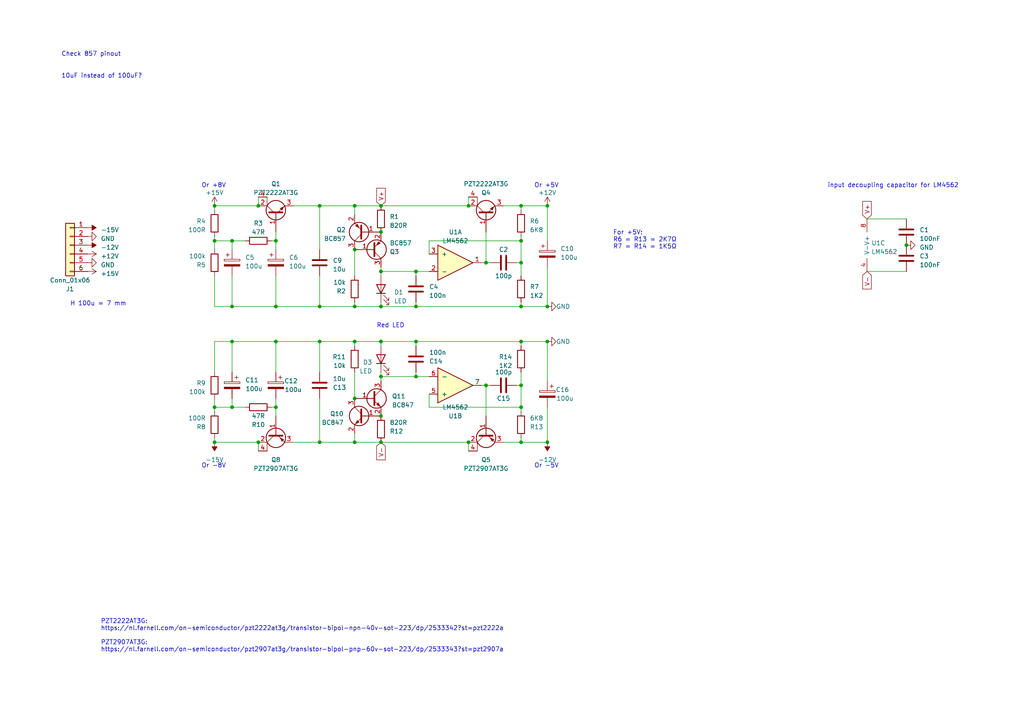
<source format=kicad_sch>
(kicad_sch (version 20230121) (generator eeschema)
  (paper "A4")
  (lib_symbols
    (symbol "Audio_DSP:LM4562" (pin_names (offset 1.016))
      (property "Reference" "U" (at 1.27 6.35 0))
      (property "Value" "LM4562" (at 3.81 3.81 0))
      (symbol "LM4562_1_1"
        (polyline (pts (xy -3.81 5.08) (xy 6.35 0) (xy -3.81 -5.08) (xy -3.81 5.08)) (stroke (width 0.254)) (fill (type background)))
        (pin output line (at 8.89 0 180) (length 2.54) (name "~") (number "1"))
        (pin input line (at -6.35 -2.54 0) (length 2.54) (name "-") (number "2"))
        (pin input line (at -6.35 2.54 0) (length 2.54) (name "+") (number "3"))
      )
      (symbol "LM4562_2_1"
        (polyline (pts (xy -3.81 5.08) (xy 6.35 0) (xy -3.81 -5.08) (xy -3.81 5.08)) (stroke (width 0.254)) (fill (type background)))
        (pin input line (at -6.35 2.54 0) (length 2.54) (name "+") (number "5"))
        (pin input line (at -6.35 -2.54 0) (length 2.54) (name "-") (number "6"))
        (pin output line (at 8.89 0 180) (length 2.54) (name "~") (number "7"))
      )
      (symbol "LM4562_3_1"
        (pin power_in line (at 0 -7.62 90) (length 3.81) (name "V-") (number "4"))
        (pin power_in line (at 0 7.62 270) (length 3.81) (name "V+") (number "8"))
      )
    )
    (symbol "Audio_DSP:PZT2222AT3G"
      (property "Reference" "Q" (at 6.35 1.27 0))
      (property "Value" "PZT2222AT3G" (at 11.43 -1.27 0))
      (symbol "PZT2222AT3G_0_1"
        (polyline (pts (xy -0.635 0.635) (xy 1.27 2.54)))
        (polyline (pts (xy 1.27 2.54) (xy 3.81 2.54)))
        (polyline (pts (xy -0.635 -0.635) (xy 1.27 -2.54) (xy 1.27 -2.54)))
        (polyline (pts (xy -0.635 1.905) (xy -0.635 -1.905) (xy -0.635 -1.905)) (stroke (width 0.508)))
        (polyline (pts (xy 0 -1.778) (xy 0.508 -1.27) (xy 1.016 -2.286) (xy 0 -1.778) (xy 0 -1.778)) (fill (type outline)))
        (circle (center 0 0) (radius 2.8194) (stroke (width 0.254)))
      )
      (symbol "PZT2222AT3G_1_1"
        (pin input line (at -6.35 0 0) (length 5.715) (name "") (number "1"))
        (pin passive line (at 1.27 5.08 270) (length 2.54) (name "") (number "2"))
        (pin passive line (at 1.27 -5.08 90) (length 2.54) (name "") (number "3"))
        (pin passive line (at 3.81 5.08 270) (length 2.54) (name "") (number "4"))
      )
    )
    (symbol "Audio_DSP:PZT2907AT3G"
      (property "Reference" "Q" (at 6.35 1.27 0))
      (property "Value" "PZT2907AT3G" (at 11.43 -1.27 0))
      (symbol "PZT2907AT3G_0_1"
        (polyline (pts (xy -0.635 0.635) (xy 1.27 2.54)))
        (polyline (pts (xy 1.27 2.54) (xy 3.81 2.54)))
        (polyline (pts (xy -0.635 -0.635) (xy 1.27 -2.54) (xy 1.27 -2.54)))
        (polyline (pts (xy -0.635 1.905) (xy -0.635 -1.905) (xy -0.635 -1.905)) (stroke (width 0.508)))
        (polyline (pts (xy 1.016 -1.778) (xy 0.508 -2.286) (xy 0 -1.27) (xy 1.016 -1.778) (xy 1.016 -1.778)) (fill (type outline)))
        (circle (center 0 0) (radius 2.8194) (stroke (width 0.254)))
      )
      (symbol "PZT2907AT3G_1_1"
        (pin input line (at -6.35 0 0) (length 5.715) (name "") (number "1"))
        (pin passive line (at 1.27 5.08 270) (length 2.54) (name "") (number "2"))
        (pin passive line (at 1.27 -5.08 90) (length 2.54) (name "") (number "3"))
        (pin passive line (at 3.81 5.08 270) (length 2.54) (name "") (number "4"))
      )
    )
    (symbol "Connector_Generic:Conn_01x06" (pin_names (offset 1.016) hide)
      (property "Reference" "J" (at 0 7.62 0))
      (property "Value" "Conn_01x06" (at 0 -10.16 0))
      (symbol "Conn_01x06_1_1"
        (rectangle (start -1.27 -7.493) (end 0 -7.747) (stroke (width 0.1524)))
        (rectangle (start -1.27 -4.953) (end 0 -5.207) (stroke (width 0.1524)))
        (rectangle (start -1.27 -2.413) (end 0 -2.667) (stroke (width 0.1524)))
        (rectangle (start -1.27 0.127) (end 0 -0.127) (stroke (width 0.1524)))
        (rectangle (start -1.27 2.667) (end 0 2.413) (stroke (width 0.1524)))
        (rectangle (start -1.27 5.207) (end 0 4.953) (stroke (width 0.1524)))
        (rectangle (start -1.27 6.35) (end 1.27 -8.89) (stroke (width 0.254)) (fill (type background)))
        (pin passive line (at -5.08 5.08 0) (length 3.81) (name "Pin_1") (number "1"))
        (pin passive line (at -5.08 2.54 0) (length 3.81) (name "Pin_2") (number "2"))
        (pin passive line (at -5.08 0 0) (length 3.81) (name "Pin_3") (number "3"))
        (pin passive line (at -5.08 -2.54 0) (length 3.81) (name "Pin_4") (number "4"))
        (pin passive line (at -5.08 -5.08 0) (length 3.81) (name "Pin_5") (number "5"))
        (pin passive line (at -5.08 -7.62 0) (length 3.81) (name "Pin_6") (number "6"))
      )
    )
    (symbol "Device:C" (pin_numbers hide) (pin_names (offset 0.254))
      (property "Reference" "C" (at 0.635 2.54 0))
      (property "Value" "C" (at 0.635 -2.54 0))
      (symbol "C_0_1"
        (polyline (pts (xy -2.032 -0.762) (xy 2.032 -0.762)) (stroke (width 0.508)))
        (polyline (pts (xy -2.032 0.762) (xy 2.032 0.762)) (stroke (width 0.508)))
      )
      (symbol "C_1_1"
        (pin passive line (at 0 3.81 270) (length 2.794) (name "~") (number "1"))
        (pin passive line (at 0 -3.81 90) (length 2.794) (name "~") (number "2"))
      )
    )
    (symbol "Device:C_Polarized" (pin_numbers hide) (pin_names (offset 0.254))
      (property "Reference" "C" (at 0.635 2.54 0))
      (property "Value" "C_Polarized" (at 0.635 -2.54 0))
      (symbol "C_Polarized_0_1"
        (rectangle (start -2.286 0.508) (end 2.286 1.016))
        (polyline (pts (xy -1.778 2.286) (xy -0.762 2.286)))
        (polyline (pts (xy -1.27 2.794) (xy -1.27 1.778)))
        (rectangle (start 2.286 -0.508) (end -2.286 -1.016) (fill (type outline)))
      )
      (symbol "C_Polarized_1_1"
        (pin passive line (at 0 3.81 270) (length 2.794) (name "~") (number "1"))
        (pin passive line (at 0 -3.81 90) (length 2.794) (name "~") (number "2"))
      )
    )
    (symbol "Device:LED" (pin_numbers hide) (pin_names (offset 1.016) hide)
      (property "Reference" "D" (at 0 2.54 0))
      (property "Value" "LED" (at 0 -2.54 0))
      (symbol "LED_0_1"
        (polyline (pts (xy -1.27 -1.27) (xy -1.27 1.27)) (stroke (width 0.254)))
        (polyline (pts (xy -1.27 0) (xy 1.27 0)))
        (polyline (pts (xy 1.27 -1.27) (xy 1.27 1.27) (xy -1.27 0) (xy 1.27 -1.27)) (stroke (width 0.254)))
        (polyline (pts (xy -3.048 -0.762) (xy -4.572 -2.286) (xy -3.81 -2.286) (xy -4.572 -2.286) (xy -4.572 -1.524)))
        (polyline (pts (xy -1.778 -0.762) (xy -3.302 -2.286) (xy -2.54 -2.286) (xy -3.302 -2.286) (xy -3.302 -1.524)))
      )
      (symbol "LED_1_1"
        (pin passive line (at -3.81 0 0) (length 2.54) (name "K") (number "1"))
        (pin passive line (at 3.81 0 180) (length 2.54) (name "A") (number "2"))
      )
    )
    (symbol "Device:R" (pin_numbers hide) (pin_names (offset 0))
      (property "Reference" "R" (at 2.032 0 90))
      (property "Value" "R" (at 0 0 90))
      (symbol "R_0_1"
        (rectangle (start -1.016 -2.54) (end 1.016 2.54) (stroke (width 0.254)))
      )
      (symbol "R_1_1"
        (pin passive line (at 0 3.81 270) (length 1.27) (name "~") (number "1"))
        (pin passive line (at 0 -3.81 90) (length 1.27) (name "~") (number "2"))
      )
    )
    (symbol "Transistor_BJT:BC847" (pin_names (offset 0) hide)
      (property "Reference" "Q" (at 5.08 1.905 0))
      (property "Value" "BC847" (at 5.08 0 0))
      (symbol "BC847_0_1"
        (polyline (pts (xy 0.635 0.635) (xy 2.54 2.54)))
        (polyline (pts (xy 0.635 -0.635) (xy 2.54 -2.54) (xy 2.54 -2.54)))
        (polyline (pts (xy 0.635 1.905) (xy 0.635 -1.905) (xy 0.635 -1.905)) (stroke (width 0.508)))
        (polyline (pts (xy 1.27 -1.778) (xy 1.778 -1.27) (xy 2.286 -2.286) (xy 1.27 -1.778) (xy 1.27 -1.778)) (fill (type outline)))
        (circle (center 1.27 0) (radius 2.8194) (stroke (width 0.254)))
      )
      (symbol "BC847_1_1"
        (pin input line (at -5.08 0 0) (length 5.715) (name "B") (number "1"))
        (pin passive line (at 2.54 -5.08 90) (length 2.54) (name "E") (number "2"))
        (pin passive line (at 2.54 5.08 270) (length 2.54) (name "C") (number "3"))
      )
    )
    (symbol "Transistor_BJT:BC857" (pin_names (offset 0) hide)
      (property "Reference" "Q" (at 5.08 1.905 0))
      (property "Value" "BC857" (at 5.08 0 0))
      (symbol "BC857_0_1"
        (polyline (pts (xy 0.635 0.635) (xy 2.54 2.54)))
        (polyline (pts (xy 0.635 -0.635) (xy 2.54 -2.54) (xy 2.54 -2.54)))
        (polyline (pts (xy 0.635 1.905) (xy 0.635 -1.905) (xy 0.635 -1.905)) (stroke (width 0.508)))
        (polyline (pts (xy 2.286 -1.778) (xy 1.778 -2.286) (xy 1.27 -1.27) (xy 2.286 -1.778) (xy 2.286 -1.778)) (fill (type outline)))
        (circle (center 1.27 0) (radius 2.8194) (stroke (width 0.254)))
      )
      (symbol "BC857_1_1"
        (pin input line (at -5.08 0 0) (length 5.715) (name "B") (number "1"))
        (pin passive line (at 2.54 -5.08 90) (length 2.54) (name "E") (number "2"))
        (pin passive line (at 2.54 5.08 270) (length 2.54) (name "C") (number "3"))
      )
    )
    (symbol "power:+12V" (power) (pin_names (offset 0))
      (property "Value" "+12V" (at 0 3.556 0))
      (symbol "+12V_0_1"
        (polyline (pts (xy -0.762 1.27) (xy 0 2.54)))
        (polyline (pts (xy 0 0) (xy 0 2.54)))
        (polyline (pts (xy 0 2.54) (xy 0.762 1.27)))
      )
      (symbol "+12V_1_1"
        (pin power_in line (at 0 0 90) (length 0) hide (name "+12V") (number "1"))
      )
    )
    (symbol "power:+15V" (power) (pin_names (offset 0))
      (property "Value" "+15V" (at 0 3.556 0))
      (symbol "+15V_0_1"
        (polyline (pts (xy -0.762 1.27) (xy 0 2.54)))
        (polyline (pts (xy 0 0) (xy 0 2.54)))
        (polyline (pts (xy 0 2.54) (xy 0.762 1.27)))
      )
      (symbol "+15V_1_1"
        (pin power_in line (at 0 0 90) (length 0) hide (name "+15V") (number "1"))
      )
    )
    (symbol "power:-12V" (power) (pin_names (offset 0))
      (property "Value" "-12V" (at 0 3.81 0))
      (symbol "-12V_0_0"
        (pin power_in line (at 0 0 90) (length 0) hide (name "-12V") (number "1"))
      )
      (symbol "-12V_0_1"
        (polyline (pts (xy 0 0) (xy 0 1.27) (xy 0.762 1.27) (xy 0 2.54) (xy -0.762 1.27) (xy 0 1.27)) (fill (type outline)))
      )
    )
    (symbol "power:-15V" (power) (pin_names (offset 0))
      (property "Value" "-15V" (at 0 3.81 0))
      (symbol "-15V_0_0"
        (pin power_in line (at 0 0 90) (length 0) hide (name "-15V") (number "1"))
      )
      (symbol "-15V_0_1"
        (polyline (pts (xy 0 0) (xy 0 1.27) (xy 0.762 1.27) (xy 0 2.54) (xy -0.762 1.27) (xy 0 1.27)) (fill (type outline)))
      )
    )
    (symbol "power:GND" (power) (pin_names (offset 0))
      (property "Value" "GND" (at 0 -3.81 0))
      (symbol "GND_0_1"
        (polyline (pts (xy 0 0) (xy 0 -1.27) (xy 1.27 -1.27) (xy 0 -2.54) (xy -1.27 -1.27) (xy 0 -1.27)))
      )
      (symbol "GND_1_1"
        (pin power_in line (at 0 0 270) (length 0) hide (name "GND") (number "1"))
      )
    )
  )
  (junction (at 62.23 128.27))
  (junction (at 80.01 69.85))
  (junction (at 120.65 109.22))
  (junction (at 151.13 99.06))
  (junction (at 62.23 118.11))
  (junction (at 80.01 99.06))
  (junction (at 110.49 67.31))
  (junction (at 92.71 128.27))
  (junction (at 110.49 109.22))
  (junction (at 140.97 111.76))
  (junction (at 140.97 76.2))
  (junction (at 158.75 99.06))
  (junction (at 67.31 88.9))
  (junction (at 80.01 88.9))
  (junction (at 110.49 99.06))
  (junction (at 151.13 128.27))
  (junction (at 74.93 59.69))
  (junction (at 110.49 120.65))
  (junction (at 62.23 59.69))
  (junction (at 102.87 88.9))
  (junction (at 135.89 128.27))
  (junction (at 102.87 99.06))
  (junction (at 158.75 88.9))
  (junction (at 102.87 59.69))
  (junction (at 158.75 59.69))
  (junction (at 158.75 128.27))
  (junction (at 135.89 59.69))
  (junction (at 151.13 59.69))
  (junction (at 151.13 76.2))
  (junction (at 102.87 72.39))
  (junction (at 110.49 88.9))
  (junction (at 62.23 69.85))
  (junction (at 120.65 88.9))
  (junction (at 151.13 88.9))
  (junction (at 110.49 59.69))
  (junction (at 67.31 99.06))
  (junction (at 67.31 69.85))
  (junction (at 110.49 128.27))
  (junction (at 151.13 111.76))
  (junction (at 80.01 118.11))
  (junction (at 92.71 99.06))
  (junction (at 110.49 78.74))
  (junction (at 92.71 59.69))
  (junction (at 120.65 78.74))
  (junction (at 151.13 69.85))
  (junction (at 102.87 128.27))
  (junction (at 262.89 71.12))
  (junction (at 151.13 118.11))
  (junction (at 92.71 88.9))
  (junction (at 120.65 99.06))
  (junction (at 74.93 128.27))
  (junction (at 67.31 118.11))
  (junction (at 102.87 115.57))
  (wire (pts (xy 135.89 130.81) (xy 135.89 128.27)))
  (wire (pts (xy 110.49 59.69) (xy 135.89 59.69)))
  (wire (pts (xy 102.87 88.9) (xy 110.49 88.9)))
  (wire (pts (xy 120.65 87.63) (xy 120.65 88.9)))
  (wire (pts (xy 67.31 88.9) (xy 80.01 88.9)))
  (wire (pts (xy 251.46 78.74) (xy 262.89 78.74)))
  (wire (pts (xy 62.23 69.85) (xy 62.23 68.58)))
  (wire (pts (xy 151.13 59.69) (xy 146.05 59.69)))
  (wire (pts (xy 74.93 57.15) (xy 74.93 59.69)))
  (wire (pts (xy 102.87 87.63) (xy 102.87 88.9)))
  (wire (pts (xy 124.46 69.85) (xy 151.13 69.85)))
  (wire (pts (xy 151.13 88.9) (xy 158.75 88.9)))
  (wire (pts (xy 67.31 69.85) (xy 67.31 72.39)))
  (wire (pts (xy 120.65 78.74) (xy 110.49 78.74)))
  (wire (pts (xy 151.13 111.76) (xy 151.13 107.95)))
  (wire (pts (xy 158.75 77.47) (xy 158.75 88.9)))
  (wire (pts (xy 151.13 59.69) (xy 151.13 60.96)))
  (wire (pts (xy 92.71 88.9) (xy 102.87 88.9)))
  (wire (pts (xy 92.71 59.69) (xy 102.87 59.69)))
  (wire (pts (xy 124.46 73.66) (xy 124.46 69.85)))
  (wire (pts (xy 80.01 80.01) (xy 80.01 88.9)))
  (wire (pts (xy 62.23 118.11) (xy 62.23 119.38)))
  (wire (pts (xy 62.23 99.06) (xy 62.23 107.95)))
  (wire (pts (xy 67.31 80.01) (xy 67.31 88.9)))
  (wire (pts (xy 110.49 88.9) (xy 120.65 88.9)))
  (wire (pts (xy 151.13 118.11) (xy 151.13 111.76)))
  (wire (pts (xy 102.87 107.95) (xy 102.87 115.57)))
  (wire (pts (xy 151.13 128.27) (xy 146.05 128.27)))
  (wire (pts (xy 92.71 128.27) (xy 102.87 128.27)))
  (wire (pts (xy 140.97 76.2) (xy 142.24 76.2)))
  (wire (pts (xy 80.01 88.9) (xy 92.71 88.9)))
  (wire (pts (xy 92.71 80.01) (xy 92.71 88.9)))
  (wire (pts (xy 251.46 63.5) (xy 262.89 63.5)))
  (wire (pts (xy 110.49 99.06) (xy 120.65 99.06)))
  (wire (pts (xy 62.23 127) (xy 62.23 128.27)))
  (wire (pts (xy 124.46 114.3) (xy 124.46 118.11)))
  (wire (pts (xy 62.23 69.85) (xy 67.31 69.85)))
  (wire (pts (xy 140.97 67.31) (xy 140.97 76.2)))
  (wire (pts (xy 120.65 109.22) (xy 124.46 109.22)))
  (wire (pts (xy 80.01 118.11) (xy 80.01 115.57)))
  (wire (pts (xy 80.01 120.65) (xy 80.01 118.11)))
  (wire (pts (xy 110.49 128.27) (xy 135.89 128.27)))
  (wire (pts (xy 139.7 111.76) (xy 140.97 111.76)))
  (wire (pts (xy 120.65 78.74) (xy 124.46 78.74)))
  (wire (pts (xy 62.23 115.57) (xy 62.23 118.11)))
  (wire (pts (xy 120.65 88.9) (xy 151.13 88.9)))
  (wire (pts (xy 92.71 59.69) (xy 92.71 72.39)))
  (wire (pts (xy 151.13 68.58) (xy 151.13 69.85)))
  (wire (pts (xy 74.93 130.81) (xy 74.93 128.27)))
  (wire (pts (xy 62.23 60.96) (xy 62.23 59.69)))
  (wire (pts (xy 80.01 69.85) (xy 80.01 72.39)))
  (wire (pts (xy 149.86 111.76) (xy 151.13 111.76)))
  (wire (pts (xy 110.49 87.63) (xy 110.49 88.9)))
  (wire (pts (xy 139.7 76.2) (xy 140.97 76.2)))
  (wire (pts (xy 102.87 100.33) (xy 102.87 99.06)))
  (wire (pts (xy 67.31 99.06) (xy 80.01 99.06)))
  (wire (pts (xy 92.71 99.06) (xy 102.87 99.06)))
  (wire (pts (xy 135.89 57.15) (xy 135.89 59.69)))
  (wire (pts (xy 80.01 99.06) (xy 92.71 99.06)))
  (wire (pts (xy 85.09 128.27) (xy 92.71 128.27)))
  (wire (pts (xy 151.13 99.06) (xy 158.75 99.06)))
  (wire (pts (xy 110.49 78.74) (xy 110.49 77.47)))
  (wire (pts (xy 80.01 67.31) (xy 80.01 69.85)))
  (wire (pts (xy 67.31 99.06) (xy 62.23 99.06)))
  (wire (pts (xy 110.49 100.33) (xy 110.49 99.06)))
  (wire (pts (xy 92.71 128.27) (xy 92.71 115.57)))
  (wire (pts (xy 158.75 128.27) (xy 151.13 128.27)))
  (wire (pts (xy 62.23 88.9) (xy 62.23 80.01)))
  (wire (pts (xy 67.31 107.95) (xy 67.31 99.06)))
  (wire (pts (xy 110.49 80.01) (xy 110.49 78.74)))
  (wire (pts (xy 67.31 118.11) (xy 71.12 118.11)))
  (wire (pts (xy 78.74 118.11) (xy 80.01 118.11)))
  (wire (pts (xy 110.49 109.22) (xy 110.49 110.49)))
  (wire (pts (xy 85.09 59.69) (xy 92.71 59.69)))
  (wire (pts (xy 151.13 76.2) (xy 151.13 80.01)))
  (wire (pts (xy 158.75 110.49) (xy 158.75 99.06)))
  (wire (pts (xy 158.75 59.69) (xy 151.13 59.69)))
  (wire (pts (xy 62.23 59.69) (xy 74.93 59.69)))
  (wire (pts (xy 102.87 59.69) (xy 110.49 59.69)))
  (wire (pts (xy 102.87 62.23) (xy 102.87 59.69)))
  (wire (pts (xy 78.74 69.85) (xy 80.01 69.85)))
  (wire (pts (xy 124.46 118.11) (xy 151.13 118.11)))
  (wire (pts (xy 67.31 118.11) (xy 67.31 115.57)))
  (wire (pts (xy 80.01 107.95) (xy 80.01 99.06)))
  (wire (pts (xy 158.75 128.27) (xy 158.75 118.11)))
  (wire (pts (xy 62.23 72.39) (xy 62.23 69.85)))
  (wire (pts (xy 102.87 80.01) (xy 102.87 72.39)))
  (wire (pts (xy 102.87 99.06) (xy 110.49 99.06)))
  (wire (pts (xy 92.71 107.95) (xy 92.71 99.06)))
  (wire (pts (xy 158.75 59.69) (xy 158.75 69.85)))
  (wire (pts (xy 151.13 100.33) (xy 151.13 99.06)))
  (wire (pts (xy 110.49 107.95) (xy 110.49 109.22)))
  (wire (pts (xy 140.97 111.76) (xy 142.24 111.76)))
  (wire (pts (xy 62.23 128.27) (xy 74.93 128.27)))
  (wire (pts (xy 120.65 99.06) (xy 151.13 99.06)))
  (wire (pts (xy 140.97 111.76) (xy 140.97 120.65)))
  (wire (pts (xy 67.31 88.9) (xy 62.23 88.9)))
  (wire (pts (xy 102.87 125.73) (xy 102.87 128.27)))
  (wire (pts (xy 120.65 80.01) (xy 120.65 78.74)))
  (wire (pts (xy 120.65 100.33) (xy 120.65 99.06)))
  (wire (pts (xy 151.13 69.85) (xy 151.13 76.2)))
  (wire (pts (xy 102.87 128.27) (xy 110.49 128.27)))
  (wire (pts (xy 151.13 119.38) (xy 151.13 118.11)))
  (wire (pts (xy 62.23 118.11) (xy 67.31 118.11)))
  (wire (pts (xy 67.31 69.85) (xy 71.12 69.85)))
  (wire (pts (xy 120.65 109.22) (xy 110.49 109.22)))
  (wire (pts (xy 120.65 107.95) (xy 120.65 109.22)))
  (wire (pts (xy 149.86 76.2) (xy 151.13 76.2)))
  (wire (pts (xy 151.13 128.27) (xy 151.13 127)))
  (wire (pts (xy 151.13 87.63) (xy 151.13 88.9)))
  (text "PZT2222AT3G:\nhttps://nl.farnell.com/on-semiconductor/pzt2222at3g/transistor-bipol-npn-40v-sot-223/dp/2533342?st=pzt2222a\n \nPZT2907AT3G:\nhttps://nl.farnell.com/on-semiconductor/pzt2907at3g/transistor-bipol-pnp-60v-sot-223/dp/2533343?st=pzt2907a" (at 29.21 189.23 0) (effects (font (size 1.27 1.27)) (justify left bottom)))
  (text "Or +5V" (at 154.94 54.61 0) (effects (font (size 1.27 1.27)) (justify left bottom)))
  (text "Check 857 pinout" (at 17.78 16.51 0) (effects (font (size 1.27 1.27)) (justify left bottom)))
  (text "Or -5V" (at 154.94 135.89 0) (effects (font (size 1.27 1.27)) (justify left bottom)))
  (text "For +5V:\nR6 = R13 = 2K7Ω\nR7 = R14 = 1K5Ω" (at 177.8 72.39 0) (effects (font (size 1.27 1.27)) (justify left bottom)))
  (text "Or -8V" (at 58.42 135.89 0) (effects (font (size 1.27 1.27)) (justify left bottom)))
  (text "input decoupling capacitor for LM4562\n" (at 240.03 54.61 0) (effects (font (size 1.27 1.27)) (justify left bottom)))
  (text "10uF instead of 100uF?" (at 17.78 22.86 0) (effects (font (size 1.27 1.27)) (justify left bottom)))
  (text "Or +8V" (at 58.42 54.61 0) (effects (font (size 1.27 1.27)) (justify left bottom)))
  (text "H 100u = 7 mm" (at 20.32 88.9 0) (effects (font (size 1.27 1.27)) (justify left bottom)))
  (text "Red LED" (at 109.22 95.25 0) (effects (font (size 1.27 1.27)) (justify left bottom)))
  (global_label "V+" (shape input) (at 110.49 59.69 90) (property "Intersheetrefs" "${INTERSHEET_REFS}" (effects hide)))
  (global_label "V-" (shape input) (at 251.46 78.74 270) (property "Intersheetrefs" "${INTERSHEET_REFS}" (effects hide)))
  (global_label "V-" (shape input) (at 110.49 128.27 270) (property "Intersheetrefs" "${INTERSHEET_REFS}" (effects hide)))
  (global_label "V+" (shape input) (at 251.46 63.5 90) (property "Intersheetrefs" "${INTERSHEET_REFS}" (effects hide)))
  (symbol (lib_id "Connector_Generic:Conn_01x06") (at 20.32 71.12 0) (mirror y) (unit 1)
    (property "Reference" "J1" (at 20.32 83.82 0))
    (property "Value" "Conn_01x06" (at 20.32 81.28 0))
    (property "Footprint" "Connector_PinHeader_2.54mm:PinHeader_1x06_P2.54mm_Horizontal" (effects hide))
  )
  (symbol (lib_id "power:GND") (at 158.75 99.06 90) (mirror x) (unit 1)
    (property "Reference" "#PWR015" (effects hide))
    (property "Value" "GND" (at 161.29 99.06 90) (effects (justify right)))
  )
  (symbol (lib_id "Transistor_BJT:BC847") (at 107.95 115.57 0) (unit 1)
    (property "Reference" "Q11" (at 113.665 114.935 0) (effects (justify left)))
    (property "Value" "BC847" (at 113.665 117.475 0) (effects (justify left)))
    (property "Footprint" "Package_TO_SOT_SMD:SOT-23" (effects hide))
    (property "Datasheet" "https://nl.mouser.com/ProductDetail/Nexperia/BC847C215?qs=me8TqzrmIYVnv3C18%2Fxa3Q%3D%3D" (effects hide))
  )
  (symbol (lib_id "Device:R") (at 102.87 104.14 0) (mirror y) (unit 1)
    (property "Reference" "R11" (at 100.33 103.505 0) (effects (justify left)))
    (property "Value" "10k" (at 100.33 106.045 0) (effects (justify left)))
    (property "Footprint" "Resistor_SMD:R_0402_1005Metric" (effects hide))
    (property "Datasheet" "https://nl.mouser.com/ProductDetail/Vishay-Dale/CRCW040210K0FKEDC?qs=E3Y5ESvWgWPiNLcGzwCGPg%3D%3D" (effects hide))
  )
  (symbol (lib_id "Device:C") (at 262.89 74.93 0) (unit 1)
    (property "Reference" "C3" (at 266.7 74.295 0) (effects (justify left)))
    (property "Value" "100nF" (at 266.7 76.835 0) (effects (justify left)))
    (property "Footprint" "Capacitor_SMD:C_0402_1005Metric" (effects hide))
    (property "Datasheet" "https://nl.mouser.com/ProductDetail/Murata-Electronics/GRM155R71H104KE14D?qs=sGAEpiMZZMvsSlwiRhF8qkiosXznb836lYH0b0rR9OM%3D" (effects hide))
  )
  (symbol (lib_id "Device:C") (at 262.89 67.31 0) (unit 1)
    (property "Reference" "C1" (at 266.7 66.675 0) (effects (justify left)))
    (property "Value" "100nF" (at 266.7 69.215 0) (effects (justify left)))
    (property "Footprint" "Capacitor_SMD:C_0402_1005Metric" (effects hide))
    (property "Datasheet" "https://nl.mouser.com/ProductDetail/Murata-Electronics/GRM155R71H104KE14D?qs=sGAEpiMZZMvsSlwiRhF8qkiosXznb836lYH0b0rR9OM%3D" (effects hide))
  )
  (symbol (lib_id "power:-15V") (at 25.4 66.04 270) (unit 1)
    (property "Reference" "#PWR013" (effects hide))
    (property "Value" "-15V" (at 29.21 66.675 90) (effects (justify left)))
  )
  (symbol (lib_id "power:+15V") (at 25.4 78.74 270) (unit 1)
    (property "Reference" "#PWR014" (effects hide))
    (property "Value" "+15V" (at 29.21 79.375 90) (effects (justify left)))
  )
  (symbol (lib_id "Audio_DSP:PZT2222AT3G") (at 80.01 60.96 90) (unit 1)
    (property "Reference" "Q1" (at 80.01 53.34 90))
    (property "Value" "PZT2222AT3G" (at 80.01 55.88 90))
    (property "Footprint" "Package_TO_SOT_SMD:SOT-223" (effects hide))
    (property "Datasheet" "https://nl.farnell.com/on-semiconductor/pzt2222at3g/transistor-bipol-npn-40v-sot-223/dp/2533342?st=pzt2222a" (effects hide))
  )
  (symbol (lib_id "Device:C_Polarized") (at 67.31 111.76 0) (mirror y) (unit 1)
    (property "Reference" "C11" (at 71.12 110.236 0) (effects (justify right)))
    (property "Value" "100u" (at 82.55 113.03 0) (effects (justify right)))
    (property "Footprint" "Capacitor_THT:CP_Radial_D8.0mm_P3.50mm" (effects hide))
    (property "Datasheet" "https://nl.mouser.com/ProductDetail/Rubycon/25ML100MEFC8X7?qs=T3oQrply3y%252BTg1YES5rCUw%3D%3D" (effects hide))
  )
  (symbol (lib_id "Audio_DSP:LM4562") (at 251.46 71.12 0) (unit 3)
    (property "Reference" "U1" (at 252.73 70.485 0) (effects (justify left)))
    (property "Value" "LM4562" (at 252.73 73.025 0) (effects (justify left)))
    (property "Footprint" "Package_SO:SOIC-8_3.9x4.9mm_P1.27mm" (effects hide))
    (property "Datasheet" "https://nl.farnell.com/texas-instruments/lm4562max-nopb/audio-amplifier-55mhz-20v-us-soic/dp/3004534?st=lm4562" (effects hide))
  )
  (symbol (lib_id "Transistor_BJT:BC857") (at 107.95 72.39 0) (mirror x) (unit 1)
    (property "Reference" "Q3" (at 113.03 73.025 0) (effects (justify left)))
    (property "Value" "BC857" (at 113.03 70.485 0) (effects (justify left)))
    (property "Footprint" "Package_TO_SOT_SMD:SOT-23" (effects hide))
  )
  (symbol (lib_id "power:GND") (at 158.75 88.9 90) (unit 1)
    (property "Reference" "#PWR02" (effects hide))
    (property "Value" "GND" (at 161.29 88.9 90) (effects (justify right)))
  )
  (symbol (lib_id "power:-15V") (at 62.23 128.27 180) (unit 1)
    (property "Reference" "#PWR06" (effects hide))
    (property "Value" "-15V" (at 62.23 133.35 0))
  )
  (symbol (lib_id "Device:R") (at 74.93 118.11 90) (mirror x) (unit 1)
    (property "Reference" "R10" (at 74.93 123.19 90))
    (property "Value" "47R" (at 74.93 120.65 90))
    (property "Footprint" "Resistor_SMD:R_0402_1005Metric" (effects hide))
    (property "Datasheet" "https://nl.mouser.com/ProductDetail/YAGEO/RT0402FRE0747RL?qs=sGAEpiMZZMvdGkrng054t0q%2FxTkBpeSrrs0gjydReCc%3D" (effects hide))
  )
  (symbol (lib_id "Device:C_Polarized") (at 80.01 111.76 0) (mirror y) (unit 1)
    (property "Reference" "C12" (at 86.36 110.49 0) (effects (justify left)))
    (property "Value" "100u" (at 76.2 112.776 0) (effects (justify left)))
    (property "Footprint" "Capacitor_THT:CP_Radial_D8.0mm_P3.50mm" (effects hide))
    (property "Datasheet" "https://nl.mouser.com/ProductDetail/Rubycon/25ML100MEFC8X7?qs=T3oQrply3y%252BTg1YES5rCUw%3D%3D" (effects hide))
  )
  (symbol (lib_id "Audio_DSP:PZT2222AT3G") (at 140.97 60.96 90) (unit 1)
    (property "Reference" "Q4" (at 140.97 55.88 90))
    (property "Value" "PZT2222AT3G" (at 140.97 53.34 90))
    (property "Footprint" "Package_TO_SOT_SMD:SOT-223" (effects hide))
    (property "Datasheet" "https://nl.farnell.com/on-semiconductor/pzt2222at3g/transistor-bipol-npn-40v-sot-223/dp/2533342?st=pzt2222a" (effects hide))
  )
  (symbol (lib_id "Device:C") (at 92.71 111.76 0) (mirror x) (unit 1)
    (property "Reference" "C13" (at 96.52 112.395 0) (effects (justify left)))
    (property "Value" "10u" (at 96.52 109.855 0) (effects (justify left)))
    (property "Footprint" "Capacitor_SMD:C_1210_3225Metric" (effects hide))
    (property "Datasheet" "https://nl.mouser.com/ProductDetail/Samsung-Electro-Mechanics/CL32B106KBJNNNE?qs=349EhDEZ59rXK%2FOM74I5cg%3D%3D&gclid=CjwKCAjwl6OiBhA2EiwAuUwWZYy_GgbSQvb2SQzcmFnxlRRdnYGql9iLX97MLmeCLFSWBB0pCR7pTBoCje8QAvD_BwE" (effects hide))
  )
  (symbol (lib_id "Device:C_Polarized") (at 80.01 76.2 0) (unit 1)
    (property "Reference" "C6" (at 83.82 74.676 0) (effects (justify left)))
    (property "Value" "100u" (at 83.82 77.216 0) (effects (justify left)))
    (property "Footprint" "Capacitor_THT:CP_Radial_D8.0mm_P3.50mm" (effects hide))
    (property "Datasheet" "https://nl.mouser.com/ProductDetail/Rubycon/25ML100MEFC8X7?qs=T3oQrply3y%252BTg1YES5rCUw%3D%3D" (effects hide))
  )
  (symbol (lib_id "Device:R") (at 110.49 124.46 0) (mirror x) (unit 1)
    (property "Reference" "R12" (at 113.03 125.095 0) (effects (justify left)))
    (property "Value" "820R" (at 113.03 122.555 0) (effects (justify left)))
    (property "Footprint" "Resistor_SMD:R_0402_1005Metric" (effects hide))
    (property "Datasheet" "https://nl.mouser.com/ProductDetail/YAGEO/RT0402FRE07820RL?qs=iFuT%252BolKbR7tOecAWZmkmw%3D%3D" (effects hide))
  )
  (symbol (lib_id "Device:LED") (at 110.49 104.14 90) (unit 1)
    (property "Reference" "D3" (at 107.95 105.0925 90) (effects (justify left)))
    (property "Value" "LED" (at 107.95 107.6325 90) (effects (justify left)))
    (property "Footprint" "LED_SMD:LED_0805_2012Metric" (effects hide))
    (property "Datasheet" "https://nl.mouser.com/ProductDetail/Broadcom-Avago/HSMH-C170?qs=YDL0qNrpDT6b21G9HrN9ig%3D%3D" (effects hide))
  )
  (symbol (lib_id "Device:C_Polarized") (at 158.75 73.66 0) (unit 1)
    (property "Reference" "C10" (at 162.56 72.136 0) (effects (justify left)))
    (property "Value" "100u" (at 162.56 74.676 0) (effects (justify left)))
    (property "Footprint" "Capacitor_THT:CP_Radial_D8.0mm_P3.50mm" (effects hide))
    (property "Datasheet" "https://nl.mouser.com/ProductDetail/Rubycon/25ML100MEFC8X7?qs=T3oQrply3y%252BTg1YES5rCUw%3D%3D" (effects hide))
  )
  (symbol (lib_id "power:GND") (at 25.4 68.58 90) (unit 1)
    (property "Reference" "#PWR011" (effects hide))
    (property "Value" "GND" (at 29.21 69.215 90) (effects (justify right)))
  )
  (symbol (lib_id "Device:C") (at 146.05 76.2 270) (unit 1)
    (property "Reference" "C2" (at 146.05 72.39 90))
    (property "Value" "100p" (at 146.05 80.01 90))
    (property "Footprint" "Capacitor_SMD:C_0402_1005Metric" (effects hide))
    (property "Datasheet" "https://nl.mouser.com/ProductDetail/KEMET/CBR04C101J5GACAUTO?qs=By6Nw2ByBD2z15b9CQ8m6A%3D%3D" (effects hide))
  )
  (symbol (lib_id "Device:C") (at 120.65 83.82 0) (unit 1)
    (property "Reference" "C4" (at 124.46 83.185 0) (effects (justify left)))
    (property "Value" "100n" (at 124.46 85.725 0) (effects (justify left)))
    (property "Footprint" "Capacitor_SMD:C_0402_1005Metric" (effects hide))
    (property "Datasheet" "https://nl.mouser.com/ProductDetail/Murata-Electronics/GRM155R71H104KE14D?qs=sGAEpiMZZMvsSlwiRhF8qkiosXznb836lYH0b0rR9OM%3D" (effects hide))
  )
  (symbol (lib_id "power:GND") (at 25.4 76.2 90) (unit 1)
    (property "Reference" "#PWR012" (effects hide))
    (property "Value" "GND" (at 29.21 76.835 90) (effects (justify right)))
  )
  (symbol (lib_id "Device:C") (at 120.65 104.14 0) (mirror x) (unit 1)
    (property "Reference" "C14" (at 124.46 104.775 0) (effects (justify left)))
    (property "Value" "100n" (at 124.46 102.235 0) (effects (justify left)))
    (property "Footprint" "Capacitor_SMD:C_0402_1005Metric" (effects hide))
    (property "Datasheet" "https://nl.mouser.com/ProductDetail/Murata-Electronics/GRM155R71H104KE14D?qs=sGAEpiMZZMvsSlwiRhF8qkiosXznb836lYH0b0rR9OM%3D" (effects hide))
  )
  (symbol (lib_id "power:+12V") (at 25.4 73.66 270) (unit 1)
    (property "Reference" "#PWR07" (effects hide))
    (property "Value" "+12V" (at 29.21 74.295 90) (effects (justify left)))
  )
  (symbol (lib_id "Audio_DSP:LM4562") (at 130.81 111.76 0) (mirror x) (unit 2)
    (property "Reference" "U1" (at 132.08 120.65 0))
    (property "Value" "LM4562" (at 132.08 118.11 0))
    (property "Footprint" "Package_SO:SOIC-8_3.9x4.9mm_P1.27mm" (effects hide))
    (property "Datasheet" "https://nl.farnell.com/texas-instruments/lm4562max-nopb/audio-amplifier-55mhz-20v-us-soic/dp/3004534?st=lm4562" (effects hide))
  )
  (symbol (lib_id "power:GND") (at 262.89 71.12 90) (unit 1)
    (property "Reference" "#PWR01" (effects hide))
    (property "Value" "GND" (at 266.7 71.755 90) (effects (justify right)))
  )
  (symbol (lib_id "power:-12V") (at 25.4 71.12 270) (unit 1)
    (property "Reference" "#PWR08" (effects hide))
    (property "Value" "-12V" (at 29.21 71.755 90) (effects (justify left)))
  )
  (symbol (lib_id "Device:C_Polarized") (at 158.75 114.3 0) (mirror y) (unit 1)
    (property "Reference" "C16" (at 165.1 113.03 0) (effects (justify left)))
    (property "Value" "100u" (at 166.37 115.57 0) (effects (justify left)))
    (property "Footprint" "Capacitor_THT:CP_Radial_D8.0mm_P3.50mm" (effects hide))
    (property "Datasheet" "https://nl.mouser.com/ProductDetail/Rubycon/25ML100MEFC8X7?qs=T3oQrply3y%252BTg1YES5rCUw%3D%3D" (effects hide))
  )
  (symbol (lib_id "Device:LED") (at 110.49 83.82 90) (unit 1)
    (property "Reference" "D1" (at 114.3 84.7725 90) (effects (justify right)))
    (property "Value" "LED" (at 114.3 87.3125 90) (effects (justify right)))
    (property "Footprint" "LED_SMD:LED_0805_2012Metric" (effects hide))
    (property "Datasheet" "https://nl.mouser.com/ProductDetail/Broadcom-Avago/HSMH-C170?qs=YDL0qNrpDT6b21G9HrN9ig%3D%3D" (effects hide))
  )
  (symbol (lib_id "Device:C") (at 146.05 111.76 270) (mirror x) (unit 1)
    (property "Reference" "C15" (at 146.05 115.57 90))
    (property "Value" "100p" (at 146.05 107.95 90))
    (property "Footprint" "Capacitor_SMD:C_0402_1005Metric" (effects hide))
    (property "Datasheet" "https://nl.mouser.com/ProductDetail/KEMET/CBR04C101J5GACAUTO?qs=By6Nw2ByBD2z15b9CQ8m6A%3D%3D" (effects hide))
  )
  (symbol (lib_id "Device:R") (at 74.93 69.85 90) (unit 1)
    (property "Reference" "R3" (at 74.93 64.77 90))
    (property "Value" "47R" (at 74.93 67.31 90))
    (property "Footprint" "Resistor_SMD:R_0402_1005Metric" (effects hide))
    (property "Datasheet" "https://nl.mouser.com/ProductDetail/YAGEO/RT0402FRE0747RL?qs=sGAEpiMZZMvdGkrng054t0q%2FxTkBpeSrrs0gjydReCc%3D" (effects hide))
  )
  (symbol (lib_id "Device:R") (at 151.13 104.14 0) (mirror x) (unit 1)
    (property "Reference" "R14" (at 148.59 103.505 0) (effects (justify right)))
    (property "Value" "1K2" (at 148.59 106.045 0) (effects (justify right)))
    (property "Footprint" "Resistor_SMD:R_0402_1005Metric" (effects hide))
    (property "Datasheet" "https://nl.mouser.com/ProductDetail/Susumu/RR0510P-122-D?qs=nCAm%252BcMdy9x80DxeUz5E6w%3D%3D" (effects hide))
    (property "Datasheet2" "https://nl.mouser.com/ProductDetail/Susumu/RG1005P-152-D-T10?qs=y7y%2FNpWpM9nW0HJrZd%252BQRA%3D%3D" (effects hide))
  )
  (symbol (lib_id "Audio_DSP:PZT2907AT3G") (at 140.97 127 90) (mirror x) (unit 1)
    (property "Reference" "Q5" (at 140.97 133.35 90))
    (property "Value" "PZT2907AT3G" (at 140.97 135.89 90))
    (property "Footprint" "Package_TO_SOT_SMD:SOT-223" (effects hide))
    (property "Datasheet" "https://nl.farnell.com/on-semiconductor/pzt2907at3g/transistor-bipol-pnp-60v-sot-223/dp/2533343?st=pzt2907a" (effects hide))
  )
  (symbol (lib_id "Device:R") (at 102.87 83.82 180) (unit 1)
    (property "Reference" "R2" (at 100.33 84.455 0) (effects (justify left)))
    (property "Value" "10k" (at 100.33 81.915 0) (effects (justify left)))
    (property "Footprint" "Resistor_SMD:R_0402_1005Metric" (effects hide))
    (property "Datasheet" "https://nl.mouser.com/ProductDetail/Vishay-Dale/CRCW040210K0FKEDC?qs=E3Y5ESvWgWPiNLcGzwCGPg%3D%3D" (effects hide))
  )
  (symbol (lib_id "Device:R") (at 62.23 123.19 180) (unit 1)
    (property "Reference" "R8" (at 59.69 123.825 0) (effects (justify left)))
    (property "Value" "100R" (at 59.69 121.285 0) (effects (justify left)))
    (property "Footprint" "Resistor_SMD:R_0402_1005Metric" (effects hide))
    (property "Datasheet" "https://nl.mouser.com/ProductDetail/YAGEO/RT0402FRE07100RL?qs=sGAEpiMZZMvdGkrng054t%252BKCHBXLTLydY05E6nMrbFY%3D" (effects hide))
  )
  (symbol (lib_id "Device:R") (at 62.23 111.76 0) (mirror y) (unit 1)
    (property "Reference" "R9" (at 59.69 111.125 0) (effects (justify left)))
    (property "Value" "100k" (at 59.69 113.665 0) (effects (justify left)))
    (property "Footprint" "Resistor_SMD:R_0402_1005Metric" (effects hide))
    (property "Datasheet" "https://nl.mouser.com/ProductDetail/Vishay-Dale/CRCW0402100KFKEDC?qs=E3Y5ESvWgWPiKlL6PvtQMQ%3D%3D" (effects hide))
  )
  (symbol (lib_id "power:+12V") (at 158.75 59.69 0) (unit 1)
    (property "Reference" "#PWR03" (effects hide))
    (property "Value" "+12V" (at 158.75 55.88 0))
  )
  (symbol (lib_id "Audio_DSP:PZT2907AT3G") (at 80.01 127 90) (mirror x) (unit 1)
    (property "Reference" "Q8" (at 80.01 133.35 90))
    (property "Value" "PZT2907AT3G" (at 80.01 135.89 90))
    (property "Footprint" "Package_TO_SOT_SMD:SOT-223" (effects hide))
    (property "Datasheet" "https://nl.farnell.com/on-semiconductor/pzt2907at3g/transistor-bipol-pnp-60v-sot-223/dp/2533343?st=pzt2907a" (effects hide))
  )
  (symbol (lib_id "Device:R") (at 151.13 123.19 0) (mirror x) (unit 1)
    (property "Reference" "R13" (at 153.67 123.825 0) (effects (justify left)))
    (property "Value" "6K8" (at 153.67 121.285 0) (effects (justify left)))
    (property "Footprint" "Resistor_SMD:R_0402_1005Metric" (effects hide))
    (property "Datasheet" "https://nl.mouser.com/ProductDetail/Susumu/RG1005P-682-D-T10?qs=v5GkGT6DDHhLDDYpYvRXHQ%3D%3D" (effects hide))
    (property "Datasheet2" "https://nl.mouser.com/ProductDetail/Susumu/RG1005P-272-D-T10?qs=y7y%2FNpWpM9kYXyOrAmBBBw%3D%3D" (effects hide))
  )
  (symbol (lib_id "Transistor_BJT:BC847") (at 105.41 120.65 0) (mirror y) (unit 1)
    (property "Reference" "Q10" (at 99.695 120.015 0) (effects (justify left)))
    (property "Value" "BC847" (at 99.695 122.555 0) (effects (justify left)))
    (property "Footprint" "Package_TO_SOT_SMD:SOT-23" (effects hide))
    (property "Datasheet" "https://nl.mouser.com/ProductDetail/Nexperia/BC847C215?qs=me8TqzrmIYVnv3C18%2Fxa3Q%3D%3D" (effects hide))
  )
  (symbol (lib_id "Device:R") (at 62.23 64.77 0) (mirror y) (unit 1)
    (property "Reference" "R4" (at 59.69 64.135 0) (effects (justify left)))
    (property "Value" "100R" (at 59.69 66.675 0) (effects (justify left)))
    (property "Footprint" "Resistor_SMD:R_0402_1005Metric" (effects hide))
    (property "Datasheet" "https://nl.mouser.com/ProductDetail/YAGEO/RT0402FRE07100RL?qs=sGAEpiMZZMvdGkrng054t%252BKCHBXLTLydY05E6nMrbFY%3D" (effects hide))
  )
  (symbol (lib_id "Transistor_BJT:BC857") (at 105.41 67.31 180) (unit 1)
    (property "Reference" "Q2" (at 100.33 66.675 0) (effects (justify left)))
    (property "Value" "BC857" (at 100.33 69.215 0) (effects (justify left)))
    (property "Footprint" "Package_TO_SOT_SMD:SOT-23" (effects hide))
  )
  (symbol (lib_id "power:-12V") (at 158.75 128.27 180) (unit 1)
    (property "Reference" "#PWR04" (effects hide))
    (property "Value" "-12V" (at 158.75 133.35 0))
  )
  (symbol (lib_id "Device:R") (at 151.13 64.77 0) (unit 1)
    (property "Reference" "R6" (at 153.67 64.135 0) (effects (justify left)))
    (property "Value" "6K8" (at 153.67 66.675 0) (effects (justify left)))
    (property "Footprint" "Resistor_SMD:R_0402_1005Metric" (effects hide))
    (property "Datasheet" "https://nl.mouser.com/ProductDetail/Susumu/RG1005P-682-D-T10?qs=v5GkGT6DDHhLDDYpYvRXHQ%3D%3D" (effects hide))
    (property "Datasheet2" "https://nl.mouser.com/ProductDetail/Susumu/RG1005P-272-D-T10?qs=y7y%2FNpWpM9kYXyOrAmBBBw%3D%3D" (effects hide))
  )
  (symbol (lib_id "Device:R") (at 62.23 76.2 180) (unit 1)
    (property "Reference" "R5" (at 59.69 76.835 0) (effects (justify left)))
    (property "Value" "100k" (at 59.69 74.295 0) (effects (justify left)))
    (property "Footprint" "Resistor_SMD:R_0402_1005Metric" (effects hide))
    (property "Datasheet" "https://nl.mouser.com/ProductDetail/Vishay-Dale/CRCW0402100KFKEDC?qs=E3Y5ESvWgWPiKlL6PvtQMQ%3D%3D" (effects hide))
  )
  (symbol (lib_id "Device:C_Polarized") (at 67.31 76.2 0) (unit 1)
    (property "Reference" "C5" (at 71.12 74.676 0) (effects (justify left)))
    (property "Value" "100u" (at 71.12 77.216 0) (effects (justify left)))
    (property "Footprint" "Capacitor_THT:CP_Radial_D8.0mm_P3.50mm" (effects hide))
    (property "Datasheet" "https://nl.mouser.com/ProductDetail/Rubycon/25ML100MEFC8X7?qs=T3oQrply3y%252BTg1YES5rCUw%3D%3D" (effects hide))
  )
  (symbol (lib_id "Audio_DSP:LM4562") (at 130.81 76.2 0) (unit 1)
    (property "Reference" "U1" (at 132.08 67.31 0))
    (property "Value" "LM4562" (at 132.08 69.85 0))
    (property "Footprint" "Package_SO:SOIC-8_3.9x4.9mm_P1.27mm" (effects hide))
    (property "Datasheet" "https://nl.farnell.com/texas-instruments/lm4562max-nopb/audio-amplifier-55mhz-20v-us-soic/dp/3004534?st=lm4562" (effects hide))
  )
  (symbol (lib_id "Device:C") (at 92.71 76.2 0) (unit 1)
    (property "Reference" "C9" (at 96.52 75.565 0) (effects (justify left)))
    (property "Value" "10u" (at 96.52 78.105 0) (effects (justify left)))
    (property "Footprint" "Capacitor_SMD:C_1210_3225Metric" (effects hide))
    (property "Datasheet" "https://nl.mouser.com/ProductDetail/Samsung-Electro-Mechanics/CL32B106KBJNNNE?qs=349EhDEZ59rXK%2FOM74I5cg%3D%3D&gclid=CjwKCAjwl6OiBhA2EiwAuUwWZYy_GgbSQvb2SQzcmFnxlRRdnYGql9iLX97MLmeCLFSWBB0pCR7pTBoCje8QAvD_BwE" (effects hide))
  )
  (symbol (lib_id "Device:R") (at 110.49 63.5 0) (unit 1)
    (property "Reference" "R1" (at 113.03 62.865 0) (effects (justify left)))
    (property "Value" "820R" (at 113.03 65.405 0) (effects (justify left)))
    (property "Footprint" "Resistor_SMD:R_0402_1005Metric" (effects hide))
    (property "Datasheet" "https://nl.mouser.com/ProductDetail/YAGEO/RT0402FRE07820RL?qs=iFuT%252BolKbR7tOecAWZmkmw%3D%3D" (effects hide))
  )
  (symbol (lib_id "Device:R") (at 151.13 83.82 0) (unit 1)
    (property "Reference" "R7" (at 153.67 83.185 0) (effects (justify left)))
    (property "Value" "1K2" (at 153.67 85.725 0) (effects (justify left)))
    (property "Footprint" "Resistor_SMD:R_0402_1005Metric" (effects hide))
    (property "Datasheet" "https://nl.mouser.com/ProductDetail/Susumu/RR0510P-122-D?qs=nCAm%252BcMdy9x80DxeUz5E6w%3D%3D" (effects hide))
    (property "Datasheet2" "https://nl.mouser.com/ProductDetail/Susumu/RG1005P-272-D-T10?qs=y7y%2FNpWpM9kYXyOrAmBBBw%3D%3D" (effects hide))
  )
  (symbol (lib_id "power:+15V") (at 62.23 59.69 0) (unit 1)
    (property "Reference" "#PWR05" (effects hide))
    (property "Value" "+15V" (at 62.23 55.88 0))
  )
)
</source>
